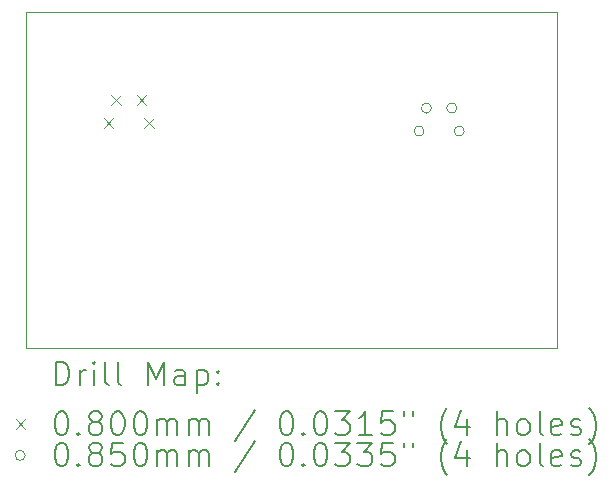
<source format=gbr>
%TF.GenerationSoftware,KiCad,Pcbnew,7.0.10*%
%TF.CreationDate,2024-12-20T17:15:45-05:00*%
%TF.ProjectId,accessory_peripheral,61636365-7373-46f7-9279-5f7065726970,rev?*%
%TF.SameCoordinates,Original*%
%TF.FileFunction,Drillmap*%
%TF.FilePolarity,Positive*%
%FSLAX45Y45*%
G04 Gerber Fmt 4.5, Leading zero omitted, Abs format (unit mm)*
G04 Created by KiCad (PCBNEW 7.0.10) date 2024-12-20 17:15:45*
%MOMM*%
%LPD*%
G01*
G04 APERTURE LIST*
%ADD10C,0.100000*%
%ADD11C,0.200000*%
G04 APERTURE END LIST*
D10*
X3810000Y-3302000D02*
X8305800Y-3302000D01*
X8305800Y-6146800D01*
X3810000Y-6146800D01*
X3810000Y-3302000D01*
D11*
D10*
X4471400Y-4201800D02*
X4551400Y-4281800D01*
X4551400Y-4201800D02*
X4471400Y-4281800D01*
X4533900Y-4006800D02*
X4613900Y-4086800D01*
X4613900Y-4006800D02*
X4533900Y-4086800D01*
X4748900Y-4006800D02*
X4828900Y-4086800D01*
X4828900Y-4006800D02*
X4748900Y-4086800D01*
X4811400Y-4201800D02*
X4891400Y-4281800D01*
X4891400Y-4201800D02*
X4811400Y-4281800D01*
X7181800Y-4309800D02*
G75*
G03*
X7096800Y-4309800I-42500J0D01*
G01*
X7096800Y-4309800D02*
G75*
G03*
X7181800Y-4309800I42500J0D01*
G01*
X7244300Y-4114800D02*
G75*
G03*
X7159300Y-4114800I-42500J0D01*
G01*
X7159300Y-4114800D02*
G75*
G03*
X7244300Y-4114800I42500J0D01*
G01*
X7459300Y-4114800D02*
G75*
G03*
X7374300Y-4114800I-42500J0D01*
G01*
X7374300Y-4114800D02*
G75*
G03*
X7459300Y-4114800I42500J0D01*
G01*
X7521800Y-4309800D02*
G75*
G03*
X7436800Y-4309800I-42500J0D01*
G01*
X7436800Y-4309800D02*
G75*
G03*
X7521800Y-4309800I42500J0D01*
G01*
D11*
X4065777Y-6463284D02*
X4065777Y-6263284D01*
X4065777Y-6263284D02*
X4113396Y-6263284D01*
X4113396Y-6263284D02*
X4141967Y-6272808D01*
X4141967Y-6272808D02*
X4161015Y-6291855D01*
X4161015Y-6291855D02*
X4170539Y-6310903D01*
X4170539Y-6310903D02*
X4180062Y-6348998D01*
X4180062Y-6348998D02*
X4180062Y-6377569D01*
X4180062Y-6377569D02*
X4170539Y-6415665D01*
X4170539Y-6415665D02*
X4161015Y-6434712D01*
X4161015Y-6434712D02*
X4141967Y-6453760D01*
X4141967Y-6453760D02*
X4113396Y-6463284D01*
X4113396Y-6463284D02*
X4065777Y-6463284D01*
X4265777Y-6463284D02*
X4265777Y-6329950D01*
X4265777Y-6368046D02*
X4275301Y-6348998D01*
X4275301Y-6348998D02*
X4284824Y-6339474D01*
X4284824Y-6339474D02*
X4303872Y-6329950D01*
X4303872Y-6329950D02*
X4322920Y-6329950D01*
X4389586Y-6463284D02*
X4389586Y-6329950D01*
X4389586Y-6263284D02*
X4380063Y-6272808D01*
X4380063Y-6272808D02*
X4389586Y-6282331D01*
X4389586Y-6282331D02*
X4399110Y-6272808D01*
X4399110Y-6272808D02*
X4389586Y-6263284D01*
X4389586Y-6263284D02*
X4389586Y-6282331D01*
X4513396Y-6463284D02*
X4494348Y-6453760D01*
X4494348Y-6453760D02*
X4484824Y-6434712D01*
X4484824Y-6434712D02*
X4484824Y-6263284D01*
X4618158Y-6463284D02*
X4599110Y-6453760D01*
X4599110Y-6453760D02*
X4589586Y-6434712D01*
X4589586Y-6434712D02*
X4589586Y-6263284D01*
X4846729Y-6463284D02*
X4846729Y-6263284D01*
X4846729Y-6263284D02*
X4913396Y-6406141D01*
X4913396Y-6406141D02*
X4980063Y-6263284D01*
X4980063Y-6263284D02*
X4980063Y-6463284D01*
X5161015Y-6463284D02*
X5161015Y-6358522D01*
X5161015Y-6358522D02*
X5151491Y-6339474D01*
X5151491Y-6339474D02*
X5132444Y-6329950D01*
X5132444Y-6329950D02*
X5094348Y-6329950D01*
X5094348Y-6329950D02*
X5075301Y-6339474D01*
X5161015Y-6453760D02*
X5141967Y-6463284D01*
X5141967Y-6463284D02*
X5094348Y-6463284D01*
X5094348Y-6463284D02*
X5075301Y-6453760D01*
X5075301Y-6453760D02*
X5065777Y-6434712D01*
X5065777Y-6434712D02*
X5065777Y-6415665D01*
X5065777Y-6415665D02*
X5075301Y-6396617D01*
X5075301Y-6396617D02*
X5094348Y-6387093D01*
X5094348Y-6387093D02*
X5141967Y-6387093D01*
X5141967Y-6387093D02*
X5161015Y-6377569D01*
X5256253Y-6329950D02*
X5256253Y-6529950D01*
X5256253Y-6339474D02*
X5275301Y-6329950D01*
X5275301Y-6329950D02*
X5313396Y-6329950D01*
X5313396Y-6329950D02*
X5332444Y-6339474D01*
X5332444Y-6339474D02*
X5341967Y-6348998D01*
X5341967Y-6348998D02*
X5351491Y-6368046D01*
X5351491Y-6368046D02*
X5351491Y-6425188D01*
X5351491Y-6425188D02*
X5341967Y-6444236D01*
X5341967Y-6444236D02*
X5332444Y-6453760D01*
X5332444Y-6453760D02*
X5313396Y-6463284D01*
X5313396Y-6463284D02*
X5275301Y-6463284D01*
X5275301Y-6463284D02*
X5256253Y-6453760D01*
X5437205Y-6444236D02*
X5446729Y-6453760D01*
X5446729Y-6453760D02*
X5437205Y-6463284D01*
X5437205Y-6463284D02*
X5427682Y-6453760D01*
X5427682Y-6453760D02*
X5437205Y-6444236D01*
X5437205Y-6444236D02*
X5437205Y-6463284D01*
X5437205Y-6339474D02*
X5446729Y-6348998D01*
X5446729Y-6348998D02*
X5437205Y-6358522D01*
X5437205Y-6358522D02*
X5427682Y-6348998D01*
X5427682Y-6348998D02*
X5437205Y-6339474D01*
X5437205Y-6339474D02*
X5437205Y-6358522D01*
D10*
X3725000Y-6751800D02*
X3805000Y-6831800D01*
X3805000Y-6751800D02*
X3725000Y-6831800D01*
D11*
X4103872Y-6683284D02*
X4122920Y-6683284D01*
X4122920Y-6683284D02*
X4141967Y-6692808D01*
X4141967Y-6692808D02*
X4151491Y-6702331D01*
X4151491Y-6702331D02*
X4161015Y-6721379D01*
X4161015Y-6721379D02*
X4170539Y-6759474D01*
X4170539Y-6759474D02*
X4170539Y-6807093D01*
X4170539Y-6807093D02*
X4161015Y-6845188D01*
X4161015Y-6845188D02*
X4151491Y-6864236D01*
X4151491Y-6864236D02*
X4141967Y-6873760D01*
X4141967Y-6873760D02*
X4122920Y-6883284D01*
X4122920Y-6883284D02*
X4103872Y-6883284D01*
X4103872Y-6883284D02*
X4084824Y-6873760D01*
X4084824Y-6873760D02*
X4075301Y-6864236D01*
X4075301Y-6864236D02*
X4065777Y-6845188D01*
X4065777Y-6845188D02*
X4056253Y-6807093D01*
X4056253Y-6807093D02*
X4056253Y-6759474D01*
X4056253Y-6759474D02*
X4065777Y-6721379D01*
X4065777Y-6721379D02*
X4075301Y-6702331D01*
X4075301Y-6702331D02*
X4084824Y-6692808D01*
X4084824Y-6692808D02*
X4103872Y-6683284D01*
X4256253Y-6864236D02*
X4265777Y-6873760D01*
X4265777Y-6873760D02*
X4256253Y-6883284D01*
X4256253Y-6883284D02*
X4246729Y-6873760D01*
X4246729Y-6873760D02*
X4256253Y-6864236D01*
X4256253Y-6864236D02*
X4256253Y-6883284D01*
X4380063Y-6768998D02*
X4361015Y-6759474D01*
X4361015Y-6759474D02*
X4351491Y-6749950D01*
X4351491Y-6749950D02*
X4341967Y-6730903D01*
X4341967Y-6730903D02*
X4341967Y-6721379D01*
X4341967Y-6721379D02*
X4351491Y-6702331D01*
X4351491Y-6702331D02*
X4361015Y-6692808D01*
X4361015Y-6692808D02*
X4380063Y-6683284D01*
X4380063Y-6683284D02*
X4418158Y-6683284D01*
X4418158Y-6683284D02*
X4437205Y-6692808D01*
X4437205Y-6692808D02*
X4446729Y-6702331D01*
X4446729Y-6702331D02*
X4456253Y-6721379D01*
X4456253Y-6721379D02*
X4456253Y-6730903D01*
X4456253Y-6730903D02*
X4446729Y-6749950D01*
X4446729Y-6749950D02*
X4437205Y-6759474D01*
X4437205Y-6759474D02*
X4418158Y-6768998D01*
X4418158Y-6768998D02*
X4380063Y-6768998D01*
X4380063Y-6768998D02*
X4361015Y-6778522D01*
X4361015Y-6778522D02*
X4351491Y-6788046D01*
X4351491Y-6788046D02*
X4341967Y-6807093D01*
X4341967Y-6807093D02*
X4341967Y-6845188D01*
X4341967Y-6845188D02*
X4351491Y-6864236D01*
X4351491Y-6864236D02*
X4361015Y-6873760D01*
X4361015Y-6873760D02*
X4380063Y-6883284D01*
X4380063Y-6883284D02*
X4418158Y-6883284D01*
X4418158Y-6883284D02*
X4437205Y-6873760D01*
X4437205Y-6873760D02*
X4446729Y-6864236D01*
X4446729Y-6864236D02*
X4456253Y-6845188D01*
X4456253Y-6845188D02*
X4456253Y-6807093D01*
X4456253Y-6807093D02*
X4446729Y-6788046D01*
X4446729Y-6788046D02*
X4437205Y-6778522D01*
X4437205Y-6778522D02*
X4418158Y-6768998D01*
X4580063Y-6683284D02*
X4599110Y-6683284D01*
X4599110Y-6683284D02*
X4618158Y-6692808D01*
X4618158Y-6692808D02*
X4627682Y-6702331D01*
X4627682Y-6702331D02*
X4637205Y-6721379D01*
X4637205Y-6721379D02*
X4646729Y-6759474D01*
X4646729Y-6759474D02*
X4646729Y-6807093D01*
X4646729Y-6807093D02*
X4637205Y-6845188D01*
X4637205Y-6845188D02*
X4627682Y-6864236D01*
X4627682Y-6864236D02*
X4618158Y-6873760D01*
X4618158Y-6873760D02*
X4599110Y-6883284D01*
X4599110Y-6883284D02*
X4580063Y-6883284D01*
X4580063Y-6883284D02*
X4561015Y-6873760D01*
X4561015Y-6873760D02*
X4551491Y-6864236D01*
X4551491Y-6864236D02*
X4541967Y-6845188D01*
X4541967Y-6845188D02*
X4532444Y-6807093D01*
X4532444Y-6807093D02*
X4532444Y-6759474D01*
X4532444Y-6759474D02*
X4541967Y-6721379D01*
X4541967Y-6721379D02*
X4551491Y-6702331D01*
X4551491Y-6702331D02*
X4561015Y-6692808D01*
X4561015Y-6692808D02*
X4580063Y-6683284D01*
X4770539Y-6683284D02*
X4789586Y-6683284D01*
X4789586Y-6683284D02*
X4808634Y-6692808D01*
X4808634Y-6692808D02*
X4818158Y-6702331D01*
X4818158Y-6702331D02*
X4827682Y-6721379D01*
X4827682Y-6721379D02*
X4837205Y-6759474D01*
X4837205Y-6759474D02*
X4837205Y-6807093D01*
X4837205Y-6807093D02*
X4827682Y-6845188D01*
X4827682Y-6845188D02*
X4818158Y-6864236D01*
X4818158Y-6864236D02*
X4808634Y-6873760D01*
X4808634Y-6873760D02*
X4789586Y-6883284D01*
X4789586Y-6883284D02*
X4770539Y-6883284D01*
X4770539Y-6883284D02*
X4751491Y-6873760D01*
X4751491Y-6873760D02*
X4741967Y-6864236D01*
X4741967Y-6864236D02*
X4732444Y-6845188D01*
X4732444Y-6845188D02*
X4722920Y-6807093D01*
X4722920Y-6807093D02*
X4722920Y-6759474D01*
X4722920Y-6759474D02*
X4732444Y-6721379D01*
X4732444Y-6721379D02*
X4741967Y-6702331D01*
X4741967Y-6702331D02*
X4751491Y-6692808D01*
X4751491Y-6692808D02*
X4770539Y-6683284D01*
X4922920Y-6883284D02*
X4922920Y-6749950D01*
X4922920Y-6768998D02*
X4932444Y-6759474D01*
X4932444Y-6759474D02*
X4951491Y-6749950D01*
X4951491Y-6749950D02*
X4980063Y-6749950D01*
X4980063Y-6749950D02*
X4999110Y-6759474D01*
X4999110Y-6759474D02*
X5008634Y-6778522D01*
X5008634Y-6778522D02*
X5008634Y-6883284D01*
X5008634Y-6778522D02*
X5018158Y-6759474D01*
X5018158Y-6759474D02*
X5037205Y-6749950D01*
X5037205Y-6749950D02*
X5065777Y-6749950D01*
X5065777Y-6749950D02*
X5084825Y-6759474D01*
X5084825Y-6759474D02*
X5094348Y-6778522D01*
X5094348Y-6778522D02*
X5094348Y-6883284D01*
X5189586Y-6883284D02*
X5189586Y-6749950D01*
X5189586Y-6768998D02*
X5199110Y-6759474D01*
X5199110Y-6759474D02*
X5218158Y-6749950D01*
X5218158Y-6749950D02*
X5246729Y-6749950D01*
X5246729Y-6749950D02*
X5265777Y-6759474D01*
X5265777Y-6759474D02*
X5275301Y-6778522D01*
X5275301Y-6778522D02*
X5275301Y-6883284D01*
X5275301Y-6778522D02*
X5284825Y-6759474D01*
X5284825Y-6759474D02*
X5303872Y-6749950D01*
X5303872Y-6749950D02*
X5332444Y-6749950D01*
X5332444Y-6749950D02*
X5351491Y-6759474D01*
X5351491Y-6759474D02*
X5361015Y-6778522D01*
X5361015Y-6778522D02*
X5361015Y-6883284D01*
X5751491Y-6673760D02*
X5580063Y-6930903D01*
X6008634Y-6683284D02*
X6027682Y-6683284D01*
X6027682Y-6683284D02*
X6046729Y-6692808D01*
X6046729Y-6692808D02*
X6056253Y-6702331D01*
X6056253Y-6702331D02*
X6065777Y-6721379D01*
X6065777Y-6721379D02*
X6075301Y-6759474D01*
X6075301Y-6759474D02*
X6075301Y-6807093D01*
X6075301Y-6807093D02*
X6065777Y-6845188D01*
X6065777Y-6845188D02*
X6056253Y-6864236D01*
X6056253Y-6864236D02*
X6046729Y-6873760D01*
X6046729Y-6873760D02*
X6027682Y-6883284D01*
X6027682Y-6883284D02*
X6008634Y-6883284D01*
X6008634Y-6883284D02*
X5989586Y-6873760D01*
X5989586Y-6873760D02*
X5980063Y-6864236D01*
X5980063Y-6864236D02*
X5970539Y-6845188D01*
X5970539Y-6845188D02*
X5961015Y-6807093D01*
X5961015Y-6807093D02*
X5961015Y-6759474D01*
X5961015Y-6759474D02*
X5970539Y-6721379D01*
X5970539Y-6721379D02*
X5980063Y-6702331D01*
X5980063Y-6702331D02*
X5989586Y-6692808D01*
X5989586Y-6692808D02*
X6008634Y-6683284D01*
X6161015Y-6864236D02*
X6170539Y-6873760D01*
X6170539Y-6873760D02*
X6161015Y-6883284D01*
X6161015Y-6883284D02*
X6151491Y-6873760D01*
X6151491Y-6873760D02*
X6161015Y-6864236D01*
X6161015Y-6864236D02*
X6161015Y-6883284D01*
X6294348Y-6683284D02*
X6313396Y-6683284D01*
X6313396Y-6683284D02*
X6332444Y-6692808D01*
X6332444Y-6692808D02*
X6341967Y-6702331D01*
X6341967Y-6702331D02*
X6351491Y-6721379D01*
X6351491Y-6721379D02*
X6361015Y-6759474D01*
X6361015Y-6759474D02*
X6361015Y-6807093D01*
X6361015Y-6807093D02*
X6351491Y-6845188D01*
X6351491Y-6845188D02*
X6341967Y-6864236D01*
X6341967Y-6864236D02*
X6332444Y-6873760D01*
X6332444Y-6873760D02*
X6313396Y-6883284D01*
X6313396Y-6883284D02*
X6294348Y-6883284D01*
X6294348Y-6883284D02*
X6275301Y-6873760D01*
X6275301Y-6873760D02*
X6265777Y-6864236D01*
X6265777Y-6864236D02*
X6256253Y-6845188D01*
X6256253Y-6845188D02*
X6246729Y-6807093D01*
X6246729Y-6807093D02*
X6246729Y-6759474D01*
X6246729Y-6759474D02*
X6256253Y-6721379D01*
X6256253Y-6721379D02*
X6265777Y-6702331D01*
X6265777Y-6702331D02*
X6275301Y-6692808D01*
X6275301Y-6692808D02*
X6294348Y-6683284D01*
X6427682Y-6683284D02*
X6551491Y-6683284D01*
X6551491Y-6683284D02*
X6484825Y-6759474D01*
X6484825Y-6759474D02*
X6513396Y-6759474D01*
X6513396Y-6759474D02*
X6532444Y-6768998D01*
X6532444Y-6768998D02*
X6541967Y-6778522D01*
X6541967Y-6778522D02*
X6551491Y-6797569D01*
X6551491Y-6797569D02*
X6551491Y-6845188D01*
X6551491Y-6845188D02*
X6541967Y-6864236D01*
X6541967Y-6864236D02*
X6532444Y-6873760D01*
X6532444Y-6873760D02*
X6513396Y-6883284D01*
X6513396Y-6883284D02*
X6456253Y-6883284D01*
X6456253Y-6883284D02*
X6437206Y-6873760D01*
X6437206Y-6873760D02*
X6427682Y-6864236D01*
X6741967Y-6883284D02*
X6627682Y-6883284D01*
X6684825Y-6883284D02*
X6684825Y-6683284D01*
X6684825Y-6683284D02*
X6665777Y-6711855D01*
X6665777Y-6711855D02*
X6646729Y-6730903D01*
X6646729Y-6730903D02*
X6627682Y-6740427D01*
X6922920Y-6683284D02*
X6827682Y-6683284D01*
X6827682Y-6683284D02*
X6818158Y-6778522D01*
X6818158Y-6778522D02*
X6827682Y-6768998D01*
X6827682Y-6768998D02*
X6846729Y-6759474D01*
X6846729Y-6759474D02*
X6894348Y-6759474D01*
X6894348Y-6759474D02*
X6913396Y-6768998D01*
X6913396Y-6768998D02*
X6922920Y-6778522D01*
X6922920Y-6778522D02*
X6932444Y-6797569D01*
X6932444Y-6797569D02*
X6932444Y-6845188D01*
X6932444Y-6845188D02*
X6922920Y-6864236D01*
X6922920Y-6864236D02*
X6913396Y-6873760D01*
X6913396Y-6873760D02*
X6894348Y-6883284D01*
X6894348Y-6883284D02*
X6846729Y-6883284D01*
X6846729Y-6883284D02*
X6827682Y-6873760D01*
X6827682Y-6873760D02*
X6818158Y-6864236D01*
X7008634Y-6683284D02*
X7008634Y-6721379D01*
X7084825Y-6683284D02*
X7084825Y-6721379D01*
X7380063Y-6959474D02*
X7370539Y-6949950D01*
X7370539Y-6949950D02*
X7351491Y-6921379D01*
X7351491Y-6921379D02*
X7341968Y-6902331D01*
X7341968Y-6902331D02*
X7332444Y-6873760D01*
X7332444Y-6873760D02*
X7322920Y-6826141D01*
X7322920Y-6826141D02*
X7322920Y-6788046D01*
X7322920Y-6788046D02*
X7332444Y-6740427D01*
X7332444Y-6740427D02*
X7341968Y-6711855D01*
X7341968Y-6711855D02*
X7351491Y-6692808D01*
X7351491Y-6692808D02*
X7370539Y-6664236D01*
X7370539Y-6664236D02*
X7380063Y-6654712D01*
X7541968Y-6749950D02*
X7541968Y-6883284D01*
X7494348Y-6673760D02*
X7446729Y-6816617D01*
X7446729Y-6816617D02*
X7570539Y-6816617D01*
X7799110Y-6883284D02*
X7799110Y-6683284D01*
X7884825Y-6883284D02*
X7884825Y-6778522D01*
X7884825Y-6778522D02*
X7875301Y-6759474D01*
X7875301Y-6759474D02*
X7856253Y-6749950D01*
X7856253Y-6749950D02*
X7827682Y-6749950D01*
X7827682Y-6749950D02*
X7808634Y-6759474D01*
X7808634Y-6759474D02*
X7799110Y-6768998D01*
X8008634Y-6883284D02*
X7989587Y-6873760D01*
X7989587Y-6873760D02*
X7980063Y-6864236D01*
X7980063Y-6864236D02*
X7970539Y-6845188D01*
X7970539Y-6845188D02*
X7970539Y-6788046D01*
X7970539Y-6788046D02*
X7980063Y-6768998D01*
X7980063Y-6768998D02*
X7989587Y-6759474D01*
X7989587Y-6759474D02*
X8008634Y-6749950D01*
X8008634Y-6749950D02*
X8037206Y-6749950D01*
X8037206Y-6749950D02*
X8056253Y-6759474D01*
X8056253Y-6759474D02*
X8065777Y-6768998D01*
X8065777Y-6768998D02*
X8075301Y-6788046D01*
X8075301Y-6788046D02*
X8075301Y-6845188D01*
X8075301Y-6845188D02*
X8065777Y-6864236D01*
X8065777Y-6864236D02*
X8056253Y-6873760D01*
X8056253Y-6873760D02*
X8037206Y-6883284D01*
X8037206Y-6883284D02*
X8008634Y-6883284D01*
X8189587Y-6883284D02*
X8170539Y-6873760D01*
X8170539Y-6873760D02*
X8161015Y-6854712D01*
X8161015Y-6854712D02*
X8161015Y-6683284D01*
X8341968Y-6873760D02*
X8322920Y-6883284D01*
X8322920Y-6883284D02*
X8284825Y-6883284D01*
X8284825Y-6883284D02*
X8265777Y-6873760D01*
X8265777Y-6873760D02*
X8256253Y-6854712D01*
X8256253Y-6854712D02*
X8256253Y-6778522D01*
X8256253Y-6778522D02*
X8265777Y-6759474D01*
X8265777Y-6759474D02*
X8284825Y-6749950D01*
X8284825Y-6749950D02*
X8322920Y-6749950D01*
X8322920Y-6749950D02*
X8341968Y-6759474D01*
X8341968Y-6759474D02*
X8351491Y-6778522D01*
X8351491Y-6778522D02*
X8351491Y-6797569D01*
X8351491Y-6797569D02*
X8256253Y-6816617D01*
X8427682Y-6873760D02*
X8446730Y-6883284D01*
X8446730Y-6883284D02*
X8484825Y-6883284D01*
X8484825Y-6883284D02*
X8503873Y-6873760D01*
X8503873Y-6873760D02*
X8513396Y-6854712D01*
X8513396Y-6854712D02*
X8513396Y-6845188D01*
X8513396Y-6845188D02*
X8503873Y-6826141D01*
X8503873Y-6826141D02*
X8484825Y-6816617D01*
X8484825Y-6816617D02*
X8456253Y-6816617D01*
X8456253Y-6816617D02*
X8437206Y-6807093D01*
X8437206Y-6807093D02*
X8427682Y-6788046D01*
X8427682Y-6788046D02*
X8427682Y-6778522D01*
X8427682Y-6778522D02*
X8437206Y-6759474D01*
X8437206Y-6759474D02*
X8456253Y-6749950D01*
X8456253Y-6749950D02*
X8484825Y-6749950D01*
X8484825Y-6749950D02*
X8503873Y-6759474D01*
X8580063Y-6959474D02*
X8589587Y-6949950D01*
X8589587Y-6949950D02*
X8608634Y-6921379D01*
X8608634Y-6921379D02*
X8618158Y-6902331D01*
X8618158Y-6902331D02*
X8627682Y-6873760D01*
X8627682Y-6873760D02*
X8637206Y-6826141D01*
X8637206Y-6826141D02*
X8637206Y-6788046D01*
X8637206Y-6788046D02*
X8627682Y-6740427D01*
X8627682Y-6740427D02*
X8618158Y-6711855D01*
X8618158Y-6711855D02*
X8608634Y-6692808D01*
X8608634Y-6692808D02*
X8589587Y-6664236D01*
X8589587Y-6664236D02*
X8580063Y-6654712D01*
D10*
X3805000Y-7055800D02*
G75*
G03*
X3720000Y-7055800I-42500J0D01*
G01*
X3720000Y-7055800D02*
G75*
G03*
X3805000Y-7055800I42500J0D01*
G01*
D11*
X4103872Y-6947284D02*
X4122920Y-6947284D01*
X4122920Y-6947284D02*
X4141967Y-6956808D01*
X4141967Y-6956808D02*
X4151491Y-6966331D01*
X4151491Y-6966331D02*
X4161015Y-6985379D01*
X4161015Y-6985379D02*
X4170539Y-7023474D01*
X4170539Y-7023474D02*
X4170539Y-7071093D01*
X4170539Y-7071093D02*
X4161015Y-7109188D01*
X4161015Y-7109188D02*
X4151491Y-7128236D01*
X4151491Y-7128236D02*
X4141967Y-7137760D01*
X4141967Y-7137760D02*
X4122920Y-7147284D01*
X4122920Y-7147284D02*
X4103872Y-7147284D01*
X4103872Y-7147284D02*
X4084824Y-7137760D01*
X4084824Y-7137760D02*
X4075301Y-7128236D01*
X4075301Y-7128236D02*
X4065777Y-7109188D01*
X4065777Y-7109188D02*
X4056253Y-7071093D01*
X4056253Y-7071093D02*
X4056253Y-7023474D01*
X4056253Y-7023474D02*
X4065777Y-6985379D01*
X4065777Y-6985379D02*
X4075301Y-6966331D01*
X4075301Y-6966331D02*
X4084824Y-6956808D01*
X4084824Y-6956808D02*
X4103872Y-6947284D01*
X4256253Y-7128236D02*
X4265777Y-7137760D01*
X4265777Y-7137760D02*
X4256253Y-7147284D01*
X4256253Y-7147284D02*
X4246729Y-7137760D01*
X4246729Y-7137760D02*
X4256253Y-7128236D01*
X4256253Y-7128236D02*
X4256253Y-7147284D01*
X4380063Y-7032998D02*
X4361015Y-7023474D01*
X4361015Y-7023474D02*
X4351491Y-7013950D01*
X4351491Y-7013950D02*
X4341967Y-6994903D01*
X4341967Y-6994903D02*
X4341967Y-6985379D01*
X4341967Y-6985379D02*
X4351491Y-6966331D01*
X4351491Y-6966331D02*
X4361015Y-6956808D01*
X4361015Y-6956808D02*
X4380063Y-6947284D01*
X4380063Y-6947284D02*
X4418158Y-6947284D01*
X4418158Y-6947284D02*
X4437205Y-6956808D01*
X4437205Y-6956808D02*
X4446729Y-6966331D01*
X4446729Y-6966331D02*
X4456253Y-6985379D01*
X4456253Y-6985379D02*
X4456253Y-6994903D01*
X4456253Y-6994903D02*
X4446729Y-7013950D01*
X4446729Y-7013950D02*
X4437205Y-7023474D01*
X4437205Y-7023474D02*
X4418158Y-7032998D01*
X4418158Y-7032998D02*
X4380063Y-7032998D01*
X4380063Y-7032998D02*
X4361015Y-7042522D01*
X4361015Y-7042522D02*
X4351491Y-7052046D01*
X4351491Y-7052046D02*
X4341967Y-7071093D01*
X4341967Y-7071093D02*
X4341967Y-7109188D01*
X4341967Y-7109188D02*
X4351491Y-7128236D01*
X4351491Y-7128236D02*
X4361015Y-7137760D01*
X4361015Y-7137760D02*
X4380063Y-7147284D01*
X4380063Y-7147284D02*
X4418158Y-7147284D01*
X4418158Y-7147284D02*
X4437205Y-7137760D01*
X4437205Y-7137760D02*
X4446729Y-7128236D01*
X4446729Y-7128236D02*
X4456253Y-7109188D01*
X4456253Y-7109188D02*
X4456253Y-7071093D01*
X4456253Y-7071093D02*
X4446729Y-7052046D01*
X4446729Y-7052046D02*
X4437205Y-7042522D01*
X4437205Y-7042522D02*
X4418158Y-7032998D01*
X4637205Y-6947284D02*
X4541967Y-6947284D01*
X4541967Y-6947284D02*
X4532444Y-7042522D01*
X4532444Y-7042522D02*
X4541967Y-7032998D01*
X4541967Y-7032998D02*
X4561015Y-7023474D01*
X4561015Y-7023474D02*
X4608634Y-7023474D01*
X4608634Y-7023474D02*
X4627682Y-7032998D01*
X4627682Y-7032998D02*
X4637205Y-7042522D01*
X4637205Y-7042522D02*
X4646729Y-7061569D01*
X4646729Y-7061569D02*
X4646729Y-7109188D01*
X4646729Y-7109188D02*
X4637205Y-7128236D01*
X4637205Y-7128236D02*
X4627682Y-7137760D01*
X4627682Y-7137760D02*
X4608634Y-7147284D01*
X4608634Y-7147284D02*
X4561015Y-7147284D01*
X4561015Y-7147284D02*
X4541967Y-7137760D01*
X4541967Y-7137760D02*
X4532444Y-7128236D01*
X4770539Y-6947284D02*
X4789586Y-6947284D01*
X4789586Y-6947284D02*
X4808634Y-6956808D01*
X4808634Y-6956808D02*
X4818158Y-6966331D01*
X4818158Y-6966331D02*
X4827682Y-6985379D01*
X4827682Y-6985379D02*
X4837205Y-7023474D01*
X4837205Y-7023474D02*
X4837205Y-7071093D01*
X4837205Y-7071093D02*
X4827682Y-7109188D01*
X4827682Y-7109188D02*
X4818158Y-7128236D01*
X4818158Y-7128236D02*
X4808634Y-7137760D01*
X4808634Y-7137760D02*
X4789586Y-7147284D01*
X4789586Y-7147284D02*
X4770539Y-7147284D01*
X4770539Y-7147284D02*
X4751491Y-7137760D01*
X4751491Y-7137760D02*
X4741967Y-7128236D01*
X4741967Y-7128236D02*
X4732444Y-7109188D01*
X4732444Y-7109188D02*
X4722920Y-7071093D01*
X4722920Y-7071093D02*
X4722920Y-7023474D01*
X4722920Y-7023474D02*
X4732444Y-6985379D01*
X4732444Y-6985379D02*
X4741967Y-6966331D01*
X4741967Y-6966331D02*
X4751491Y-6956808D01*
X4751491Y-6956808D02*
X4770539Y-6947284D01*
X4922920Y-7147284D02*
X4922920Y-7013950D01*
X4922920Y-7032998D02*
X4932444Y-7023474D01*
X4932444Y-7023474D02*
X4951491Y-7013950D01*
X4951491Y-7013950D02*
X4980063Y-7013950D01*
X4980063Y-7013950D02*
X4999110Y-7023474D01*
X4999110Y-7023474D02*
X5008634Y-7042522D01*
X5008634Y-7042522D02*
X5008634Y-7147284D01*
X5008634Y-7042522D02*
X5018158Y-7023474D01*
X5018158Y-7023474D02*
X5037205Y-7013950D01*
X5037205Y-7013950D02*
X5065777Y-7013950D01*
X5065777Y-7013950D02*
X5084825Y-7023474D01*
X5084825Y-7023474D02*
X5094348Y-7042522D01*
X5094348Y-7042522D02*
X5094348Y-7147284D01*
X5189586Y-7147284D02*
X5189586Y-7013950D01*
X5189586Y-7032998D02*
X5199110Y-7023474D01*
X5199110Y-7023474D02*
X5218158Y-7013950D01*
X5218158Y-7013950D02*
X5246729Y-7013950D01*
X5246729Y-7013950D02*
X5265777Y-7023474D01*
X5265777Y-7023474D02*
X5275301Y-7042522D01*
X5275301Y-7042522D02*
X5275301Y-7147284D01*
X5275301Y-7042522D02*
X5284825Y-7023474D01*
X5284825Y-7023474D02*
X5303872Y-7013950D01*
X5303872Y-7013950D02*
X5332444Y-7013950D01*
X5332444Y-7013950D02*
X5351491Y-7023474D01*
X5351491Y-7023474D02*
X5361015Y-7042522D01*
X5361015Y-7042522D02*
X5361015Y-7147284D01*
X5751491Y-6937760D02*
X5580063Y-7194903D01*
X6008634Y-6947284D02*
X6027682Y-6947284D01*
X6027682Y-6947284D02*
X6046729Y-6956808D01*
X6046729Y-6956808D02*
X6056253Y-6966331D01*
X6056253Y-6966331D02*
X6065777Y-6985379D01*
X6065777Y-6985379D02*
X6075301Y-7023474D01*
X6075301Y-7023474D02*
X6075301Y-7071093D01*
X6075301Y-7071093D02*
X6065777Y-7109188D01*
X6065777Y-7109188D02*
X6056253Y-7128236D01*
X6056253Y-7128236D02*
X6046729Y-7137760D01*
X6046729Y-7137760D02*
X6027682Y-7147284D01*
X6027682Y-7147284D02*
X6008634Y-7147284D01*
X6008634Y-7147284D02*
X5989586Y-7137760D01*
X5989586Y-7137760D02*
X5980063Y-7128236D01*
X5980063Y-7128236D02*
X5970539Y-7109188D01*
X5970539Y-7109188D02*
X5961015Y-7071093D01*
X5961015Y-7071093D02*
X5961015Y-7023474D01*
X5961015Y-7023474D02*
X5970539Y-6985379D01*
X5970539Y-6985379D02*
X5980063Y-6966331D01*
X5980063Y-6966331D02*
X5989586Y-6956808D01*
X5989586Y-6956808D02*
X6008634Y-6947284D01*
X6161015Y-7128236D02*
X6170539Y-7137760D01*
X6170539Y-7137760D02*
X6161015Y-7147284D01*
X6161015Y-7147284D02*
X6151491Y-7137760D01*
X6151491Y-7137760D02*
X6161015Y-7128236D01*
X6161015Y-7128236D02*
X6161015Y-7147284D01*
X6294348Y-6947284D02*
X6313396Y-6947284D01*
X6313396Y-6947284D02*
X6332444Y-6956808D01*
X6332444Y-6956808D02*
X6341967Y-6966331D01*
X6341967Y-6966331D02*
X6351491Y-6985379D01*
X6351491Y-6985379D02*
X6361015Y-7023474D01*
X6361015Y-7023474D02*
X6361015Y-7071093D01*
X6361015Y-7071093D02*
X6351491Y-7109188D01*
X6351491Y-7109188D02*
X6341967Y-7128236D01*
X6341967Y-7128236D02*
X6332444Y-7137760D01*
X6332444Y-7137760D02*
X6313396Y-7147284D01*
X6313396Y-7147284D02*
X6294348Y-7147284D01*
X6294348Y-7147284D02*
X6275301Y-7137760D01*
X6275301Y-7137760D02*
X6265777Y-7128236D01*
X6265777Y-7128236D02*
X6256253Y-7109188D01*
X6256253Y-7109188D02*
X6246729Y-7071093D01*
X6246729Y-7071093D02*
X6246729Y-7023474D01*
X6246729Y-7023474D02*
X6256253Y-6985379D01*
X6256253Y-6985379D02*
X6265777Y-6966331D01*
X6265777Y-6966331D02*
X6275301Y-6956808D01*
X6275301Y-6956808D02*
X6294348Y-6947284D01*
X6427682Y-6947284D02*
X6551491Y-6947284D01*
X6551491Y-6947284D02*
X6484825Y-7023474D01*
X6484825Y-7023474D02*
X6513396Y-7023474D01*
X6513396Y-7023474D02*
X6532444Y-7032998D01*
X6532444Y-7032998D02*
X6541967Y-7042522D01*
X6541967Y-7042522D02*
X6551491Y-7061569D01*
X6551491Y-7061569D02*
X6551491Y-7109188D01*
X6551491Y-7109188D02*
X6541967Y-7128236D01*
X6541967Y-7128236D02*
X6532444Y-7137760D01*
X6532444Y-7137760D02*
X6513396Y-7147284D01*
X6513396Y-7147284D02*
X6456253Y-7147284D01*
X6456253Y-7147284D02*
X6437206Y-7137760D01*
X6437206Y-7137760D02*
X6427682Y-7128236D01*
X6618158Y-6947284D02*
X6741967Y-6947284D01*
X6741967Y-6947284D02*
X6675301Y-7023474D01*
X6675301Y-7023474D02*
X6703872Y-7023474D01*
X6703872Y-7023474D02*
X6722920Y-7032998D01*
X6722920Y-7032998D02*
X6732444Y-7042522D01*
X6732444Y-7042522D02*
X6741967Y-7061569D01*
X6741967Y-7061569D02*
X6741967Y-7109188D01*
X6741967Y-7109188D02*
X6732444Y-7128236D01*
X6732444Y-7128236D02*
X6722920Y-7137760D01*
X6722920Y-7137760D02*
X6703872Y-7147284D01*
X6703872Y-7147284D02*
X6646729Y-7147284D01*
X6646729Y-7147284D02*
X6627682Y-7137760D01*
X6627682Y-7137760D02*
X6618158Y-7128236D01*
X6922920Y-6947284D02*
X6827682Y-6947284D01*
X6827682Y-6947284D02*
X6818158Y-7042522D01*
X6818158Y-7042522D02*
X6827682Y-7032998D01*
X6827682Y-7032998D02*
X6846729Y-7023474D01*
X6846729Y-7023474D02*
X6894348Y-7023474D01*
X6894348Y-7023474D02*
X6913396Y-7032998D01*
X6913396Y-7032998D02*
X6922920Y-7042522D01*
X6922920Y-7042522D02*
X6932444Y-7061569D01*
X6932444Y-7061569D02*
X6932444Y-7109188D01*
X6932444Y-7109188D02*
X6922920Y-7128236D01*
X6922920Y-7128236D02*
X6913396Y-7137760D01*
X6913396Y-7137760D02*
X6894348Y-7147284D01*
X6894348Y-7147284D02*
X6846729Y-7147284D01*
X6846729Y-7147284D02*
X6827682Y-7137760D01*
X6827682Y-7137760D02*
X6818158Y-7128236D01*
X7008634Y-6947284D02*
X7008634Y-6985379D01*
X7084825Y-6947284D02*
X7084825Y-6985379D01*
X7380063Y-7223474D02*
X7370539Y-7213950D01*
X7370539Y-7213950D02*
X7351491Y-7185379D01*
X7351491Y-7185379D02*
X7341968Y-7166331D01*
X7341968Y-7166331D02*
X7332444Y-7137760D01*
X7332444Y-7137760D02*
X7322920Y-7090141D01*
X7322920Y-7090141D02*
X7322920Y-7052046D01*
X7322920Y-7052046D02*
X7332444Y-7004427D01*
X7332444Y-7004427D02*
X7341968Y-6975855D01*
X7341968Y-6975855D02*
X7351491Y-6956808D01*
X7351491Y-6956808D02*
X7370539Y-6928236D01*
X7370539Y-6928236D02*
X7380063Y-6918712D01*
X7541968Y-7013950D02*
X7541968Y-7147284D01*
X7494348Y-6937760D02*
X7446729Y-7080617D01*
X7446729Y-7080617D02*
X7570539Y-7080617D01*
X7799110Y-7147284D02*
X7799110Y-6947284D01*
X7884825Y-7147284D02*
X7884825Y-7042522D01*
X7884825Y-7042522D02*
X7875301Y-7023474D01*
X7875301Y-7023474D02*
X7856253Y-7013950D01*
X7856253Y-7013950D02*
X7827682Y-7013950D01*
X7827682Y-7013950D02*
X7808634Y-7023474D01*
X7808634Y-7023474D02*
X7799110Y-7032998D01*
X8008634Y-7147284D02*
X7989587Y-7137760D01*
X7989587Y-7137760D02*
X7980063Y-7128236D01*
X7980063Y-7128236D02*
X7970539Y-7109188D01*
X7970539Y-7109188D02*
X7970539Y-7052046D01*
X7970539Y-7052046D02*
X7980063Y-7032998D01*
X7980063Y-7032998D02*
X7989587Y-7023474D01*
X7989587Y-7023474D02*
X8008634Y-7013950D01*
X8008634Y-7013950D02*
X8037206Y-7013950D01*
X8037206Y-7013950D02*
X8056253Y-7023474D01*
X8056253Y-7023474D02*
X8065777Y-7032998D01*
X8065777Y-7032998D02*
X8075301Y-7052046D01*
X8075301Y-7052046D02*
X8075301Y-7109188D01*
X8075301Y-7109188D02*
X8065777Y-7128236D01*
X8065777Y-7128236D02*
X8056253Y-7137760D01*
X8056253Y-7137760D02*
X8037206Y-7147284D01*
X8037206Y-7147284D02*
X8008634Y-7147284D01*
X8189587Y-7147284D02*
X8170539Y-7137760D01*
X8170539Y-7137760D02*
X8161015Y-7118712D01*
X8161015Y-7118712D02*
X8161015Y-6947284D01*
X8341968Y-7137760D02*
X8322920Y-7147284D01*
X8322920Y-7147284D02*
X8284825Y-7147284D01*
X8284825Y-7147284D02*
X8265777Y-7137760D01*
X8265777Y-7137760D02*
X8256253Y-7118712D01*
X8256253Y-7118712D02*
X8256253Y-7042522D01*
X8256253Y-7042522D02*
X8265777Y-7023474D01*
X8265777Y-7023474D02*
X8284825Y-7013950D01*
X8284825Y-7013950D02*
X8322920Y-7013950D01*
X8322920Y-7013950D02*
X8341968Y-7023474D01*
X8341968Y-7023474D02*
X8351491Y-7042522D01*
X8351491Y-7042522D02*
X8351491Y-7061569D01*
X8351491Y-7061569D02*
X8256253Y-7080617D01*
X8427682Y-7137760D02*
X8446730Y-7147284D01*
X8446730Y-7147284D02*
X8484825Y-7147284D01*
X8484825Y-7147284D02*
X8503873Y-7137760D01*
X8503873Y-7137760D02*
X8513396Y-7118712D01*
X8513396Y-7118712D02*
X8513396Y-7109188D01*
X8513396Y-7109188D02*
X8503873Y-7090141D01*
X8503873Y-7090141D02*
X8484825Y-7080617D01*
X8484825Y-7080617D02*
X8456253Y-7080617D01*
X8456253Y-7080617D02*
X8437206Y-7071093D01*
X8437206Y-7071093D02*
X8427682Y-7052046D01*
X8427682Y-7052046D02*
X8427682Y-7042522D01*
X8427682Y-7042522D02*
X8437206Y-7023474D01*
X8437206Y-7023474D02*
X8456253Y-7013950D01*
X8456253Y-7013950D02*
X8484825Y-7013950D01*
X8484825Y-7013950D02*
X8503873Y-7023474D01*
X8580063Y-7223474D02*
X8589587Y-7213950D01*
X8589587Y-7213950D02*
X8608634Y-7185379D01*
X8608634Y-7185379D02*
X8618158Y-7166331D01*
X8618158Y-7166331D02*
X8627682Y-7137760D01*
X8627682Y-7137760D02*
X8637206Y-7090141D01*
X8637206Y-7090141D02*
X8637206Y-7052046D01*
X8637206Y-7052046D02*
X8627682Y-7004427D01*
X8627682Y-7004427D02*
X8618158Y-6975855D01*
X8618158Y-6975855D02*
X8608634Y-6956808D01*
X8608634Y-6956808D02*
X8589587Y-6928236D01*
X8589587Y-6928236D02*
X8580063Y-6918712D01*
M02*

</source>
